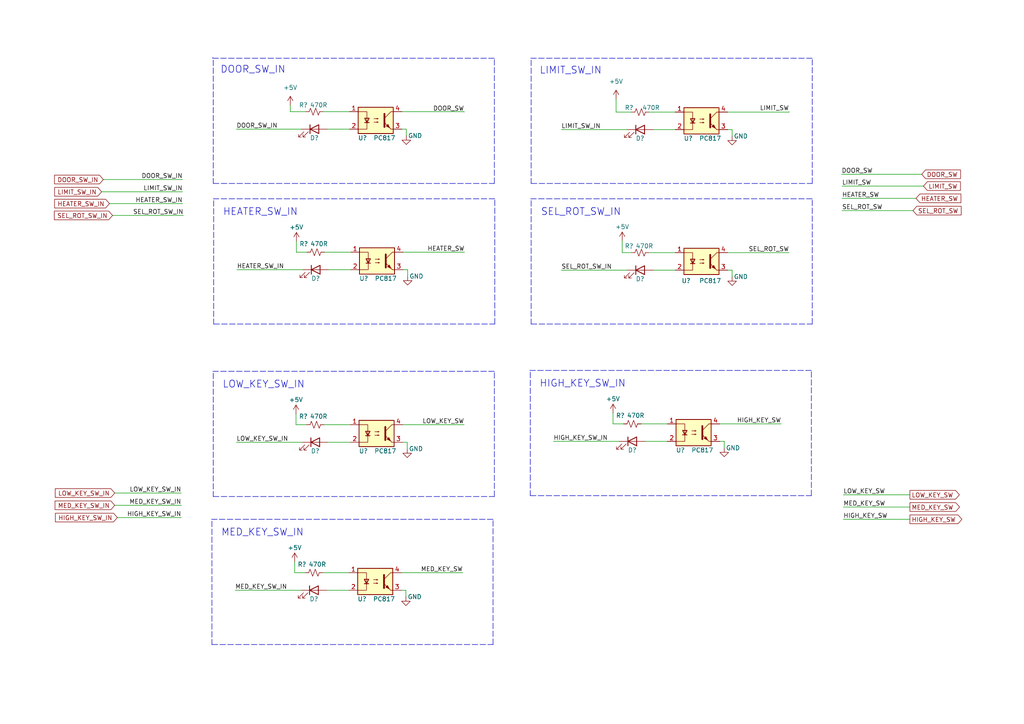
<source format=kicad_sch>
(kicad_sch (version 20211123) (generator eeschema)
  (paper "A4")
  (lib_symbols
    (symbol "Device:LED" (pin_numbers hide) (pin_names (offset 1.016) hide)
      (property "Reference" "D" (at 0 2.54 0))
      (property "Value" "LED" (at 0 -2.54 0))
      (symbol "LED_0_1"
        (polyline (pts (xy -1.27 -1.27) (xy -1.27 1.27)) (stroke (width 0.254)))
        (polyline (pts (xy -1.27 0) (xy 1.27 0)))
        (polyline (pts (xy 1.27 -1.27) (xy 1.27 1.27) (xy -1.27 0) (xy 1.27 -1.27)) (stroke (width 0.254)))
        (polyline (pts (xy -3.048 -0.762) (xy -4.572 -2.286) (xy -3.81 -2.286) (xy -4.572 -2.286) (xy -4.572 -1.524)))
        (polyline (pts (xy -1.778 -0.762) (xy -3.302 -2.286) (xy -2.54 -2.286) (xy -3.302 -2.286) (xy -3.302 -1.524)))
      )
      (symbol "LED_1_1"
        (pin passive line (at -3.81 0 0) (length 2.54) (name "K") (number "1"))
        (pin passive line (at 3.81 0 180) (length 2.54) (name "A") (number "2"))
      )
    )
    (symbol "Device:R_Small_US" (pin_numbers hide) (pin_names (offset 0.254) hide)
      (property "Reference" "R" (at 0.762 0.508 0))
      (property "Value" "R_Small_US" (at 0.762 -1.016 0))
      (symbol "R_Small_US_1_1"
        (polyline (pts (xy 0 0) (xy 1.016 -0.381) (xy 0 -0.762) (xy -1.016 -1.143) (xy 0 -1.524)))
        (polyline (pts (xy 0 1.524) (xy 1.016 1.143) (xy 0 0.762) (xy -1.016 0.381) (xy 0 0)))
        (pin passive line (at 0 2.54 270) (length 1.016) (name "~") (number "1"))
        (pin passive line (at 0 -2.54 90) (length 1.016) (name "~") (number "2"))
      )
    )
    (symbol "Isolator:PC817" (pin_names (offset 1.016))
      (property "Reference" "U" (at -5.08 5.08 0))
      (property "Value" "PC817" (at 0 5.08 0))
      (symbol "PC817_0_1"
        (rectangle (start -5.08 3.81) (end 5.08 -3.81) (stroke (width 0.254)) (fill (type background)))
        (polyline (pts (xy -3.175 -0.635) (xy -1.905 -0.635)) (stroke (width 0.254)))
        (polyline (pts (xy 2.54 0.635) (xy 4.445 2.54)))
        (polyline (pts (xy 4.445 -2.54) (xy 2.54 -0.635)) (fill (type outline)))
        (polyline (pts (xy 4.445 -2.54) (xy 5.08 -2.54)))
        (polyline (pts (xy 4.445 2.54) (xy 5.08 2.54)))
        (polyline (pts (xy -5.08 2.54) (xy -2.54 2.54) (xy -2.54 -0.635)))
        (polyline (pts (xy -2.54 -0.635) (xy -2.54 -2.54) (xy -5.08 -2.54)))
        (polyline (pts (xy 2.54 1.905) (xy 2.54 -1.905) (xy 2.54 -1.905)) (stroke (width 0.508)))
        (polyline (pts (xy -2.54 -0.635) (xy -3.175 0.635) (xy -1.905 0.635) (xy -2.54 -0.635)) (stroke (width 0.254)))
        (polyline (pts (xy -0.508 -0.508) (xy 0.762 -0.508) (xy 0.381 -0.635) (xy 0.381 -0.381) (xy 0.762 -0.508)))
        (polyline (pts (xy -0.508 0.508) (xy 0.762 0.508) (xy 0.381 0.381) (xy 0.381 0.635) (xy 0.762 0.508)))
        (polyline (pts (xy 3.048 -1.651) (xy 3.556 -1.143) (xy 4.064 -2.159) (xy 3.048 -1.651) (xy 3.048 -1.651)) (fill (type outline)))
      )
      (symbol "PC817_1_1"
        (pin passive line (at -7.62 2.54 0) (length 2.54) (name "~") (number "1"))
        (pin passive line (at -7.62 -2.54 0) (length 2.54) (name "~") (number "2"))
        (pin passive line (at 7.62 -2.54 180) (length 2.54) (name "~") (number "3"))
        (pin passive line (at 7.62 2.54 180) (length 2.54) (name "~") (number "4"))
      )
    )
    (symbol "power:+5V" (power) (pin_names (offset 0))
      (property "Value" "+5V" (at 0 3.556 0))
      (symbol "+5V_0_1"
        (polyline (pts (xy -0.762 1.27) (xy 0 2.54)))
        (polyline (pts (xy 0 0) (xy 0 2.54)))
        (polyline (pts (xy 0 2.54) (xy 0.762 1.27)))
      )
      (symbol "+5V_1_1"
        (pin power_in line (at 0 0 90) (length 0) hide (name "+5V") (number "1"))
      )
    )
    (symbol "power:GND" (power) (pin_names (offset 0))
      (property "Value" "GND" (at 0 -3.81 0))
      (symbol "GND_0_1"
        (polyline (pts (xy 0 0) (xy 0 -1.27) (xy 1.27 -1.27) (xy 0 -2.54) (xy -1.27 -1.27) (xy 0 -1.27)))
      )
      (symbol "GND_1_1"
        (pin power_in line (at 0 0 270) (length 0) hide (name "GND") (number "1"))
      )
    )
  )
  (wire (pts (xy 188.214 73.279) (xy 195.834 73.279)))
  (wire (pts (xy 68.707 78.232) (xy 87.757 78.232)))
  (polyline (pts (xy 61.468 186.944) (xy 143.002 186.944)))
  (wire (pts (xy 95.377 78.232) (xy 101.727 78.232)))
  (wire (pts (xy 118.11 128.27) (xy 116.84 128.27)))
  (polyline (pts (xy 153.797 143.764) (xy 235.331 143.764)))
  (wire (pts (xy 244.221 57.531) (xy 265.684 57.531)))
  (wire (pts (xy 116.84 123.19) (xy 134.62 123.19)))
  (wire (pts (xy 180.848 122.936) (xy 177.8 122.936)))
  (wire (pts (xy 116.586 32.385) (xy 134.62 32.385)))
  (wire (pts (xy 84.201 32.385) (xy 88.646 32.385)))
  (polyline (pts (xy 154.051 93.98) (xy 235.585 93.98)))
  (polyline (pts (xy 143.383 107.696) (xy 61.722 107.696)))
  (polyline (pts (xy 154.051 58.166) (xy 154.051 93.98)))
  (wire (pts (xy 210.058 128.016) (xy 208.788 128.016)))
  (polyline (pts (xy 153.797 107.95) (xy 153.797 143.764)))
  (wire (pts (xy 189.484 78.359) (xy 195.834 78.359)))
  (wire (pts (xy 85.471 166.116) (xy 85.471 162.941)))
  (polyline (pts (xy 143.51 57.658) (xy 61.849 57.658)))
  (wire (pts (xy 89.027 73.152) (xy 85.979 73.152)))
  (polyline (pts (xy 143.002 150.622) (xy 61.341 150.622)))
  (wire (pts (xy 134.62 32.385) (xy 134.62 32.512)))
  (wire (pts (xy 116.967 73.152) (xy 134.747 73.152)))
  (wire (pts (xy 94.869 171.196) (xy 101.219 171.196)))
  (wire (pts (xy 228.854 32.385) (xy 228.854 32.512)))
  (wire (pts (xy 32.639 62.484) (xy 53.213 62.484)))
  (polyline (pts (xy 143.383 53.213) (xy 143.383 16.891)))
  (wire (pts (xy 33.274 146.558) (xy 52.578 146.558)))
  (polyline (pts (xy 235.585 57.658) (xy 153.924 57.658)))
  (wire (pts (xy 211.074 73.279) (xy 228.854 73.279)))
  (polyline (pts (xy 61.976 58.166) (xy 61.976 93.98)))
  (wire (pts (xy 116.459 166.116) (xy 134.239 166.116)))
  (polyline (pts (xy 61.976 93.98) (xy 143.51 93.98)))
  (wire (pts (xy 68.58 128.27) (xy 87.63 128.27)))
  (polyline (pts (xy 235.331 107.442) (xy 153.67 107.442)))
  (wire (pts (xy 95.25 128.27) (xy 101.6 128.27)))
  (wire (pts (xy 160.528 128.016) (xy 179.578 128.016)))
  (wire (pts (xy 244.094 50.546) (xy 267.335 50.546)))
  (wire (pts (xy 68.199 171.196) (xy 87.249 171.196)))
  (wire (pts (xy 29.972 52.07) (xy 52.959 52.07)))
  (wire (pts (xy 180.467 69.85) (xy 180.467 73.279)))
  (wire (pts (xy 177.8 122.936) (xy 177.8 119.761)))
  (wire (pts (xy 162.814 78.359) (xy 181.864 78.359)))
  (polyline (pts (xy 61.722 16.637) (xy 61.722 16.891)))
  (wire (pts (xy 183.134 32.512) (xy 178.689 32.512)))
  (polyline (pts (xy 154.051 53.213) (xy 235.585 53.213)))
  (wire (pts (xy 93.726 32.385) (xy 101.346 32.385)))
  (wire (pts (xy 187.198 128.016) (xy 193.548 128.016)))
  (wire (pts (xy 68.58 37.465) (xy 87.376 37.465)))
  (wire (pts (xy 93.98 123.19) (xy 101.6 123.19)))
  (wire (pts (xy 212.344 37.592) (xy 212.344 39.497)))
  (wire (pts (xy 244.221 61.087) (xy 264.795 61.087)))
  (wire (pts (xy 118.237 78.232) (xy 116.967 78.232)))
  (wire (pts (xy 33.274 143.002) (xy 52.578 143.002)))
  (wire (pts (xy 180.467 73.279) (xy 183.134 73.279)))
  (polyline (pts (xy 235.585 93.98) (xy 235.585 57.658)))
  (wire (pts (xy 162.814 37.592) (xy 181.864 37.592)))
  (wire (pts (xy 117.729 173.101) (xy 117.729 171.196)))
  (polyline (pts (xy 154.051 17.399) (xy 154.051 53.213)))
  (wire (pts (xy 34.036 150.114) (xy 52.578 150.114)))
  (wire (pts (xy 189.484 37.592) (xy 195.834 37.592)))
  (wire (pts (xy 178.689 32.512) (xy 178.689 28.702)))
  (polyline (pts (xy 61.849 144.018) (xy 143.383 144.018)))
  (wire (pts (xy 117.729 171.196) (xy 116.459 171.196)))
  (polyline (pts (xy 61.849 17.399) (xy 61.849 53.213)))
  (polyline (pts (xy 235.585 53.213) (xy 235.585 16.891)))
  (wire (pts (xy 188.214 32.512) (xy 195.834 32.512)))
  (wire (pts (xy 263.906 143.51) (xy 244.602 143.51)))
  (polyline (pts (xy 143.383 144.018) (xy 143.383 107.696)))
  (polyline (pts (xy 235.331 143.764) (xy 235.331 107.442)))
  (wire (pts (xy 85.979 73.152) (xy 85.979 69.977)))
  (wire (pts (xy 211.074 32.512) (xy 228.854 32.512)))
  (wire (pts (xy 29.464 55.626) (xy 52.959 55.626)))
  (wire (pts (xy 212.344 78.359) (xy 211.074 78.359)))
  (wire (pts (xy 117.856 37.465) (xy 116.586 37.465)))
  (wire (pts (xy 88.519 166.116) (xy 85.471 166.116)))
  (polyline (pts (xy 235.585 16.891) (xy 153.924 16.891)))
  (polyline (pts (xy 143.002 186.944) (xy 143.002 150.622)))
  (wire (pts (xy 94.996 37.465) (xy 101.346 37.465)))
  (wire (pts (xy 84.201 30.48) (xy 84.201 32.385)))
  (wire (pts (xy 212.344 80.264) (xy 212.344 78.359)))
  (polyline (pts (xy 61.849 53.213) (xy 143.383 53.213)))
  (wire (pts (xy 85.852 123.19) (xy 85.852 120.015)))
  (wire (pts (xy 117.856 39.37) (xy 117.856 37.465)))
  (wire (pts (xy 31.75 59.055) (xy 52.959 59.055)))
  (wire (pts (xy 208.788 122.936) (xy 226.568 122.936)))
  (wire (pts (xy 244.221 53.975) (xy 267.843 53.975)))
  (wire (pts (xy 118.11 130.175) (xy 118.11 128.27)))
  (polyline (pts (xy 143.383 16.891) (xy 61.722 16.891)))
  (polyline (pts (xy 61.849 108.204) (xy 61.849 144.018)))
  (wire (pts (xy 185.928 122.936) (xy 193.548 122.936)))
  (wire (pts (xy 118.237 80.137) (xy 118.237 78.232)))
  (wire (pts (xy 94.107 73.152) (xy 101.727 73.152)))
  (polyline (pts (xy 143.51 93.98) (xy 143.51 57.658)))
  (wire (pts (xy 210.058 129.921) (xy 210.058 128.016)))
  (wire (pts (xy 88.9 123.19) (xy 85.852 123.19)))
  (wire (pts (xy 93.599 166.116) (xy 101.219 166.116)))
  (wire (pts (xy 263.906 147.066) (xy 244.602 147.066)))
  (wire (pts (xy 263.906 150.622) (xy 244.602 150.622)))
  (polyline (pts (xy 61.468 151.13) (xy 61.468 186.944)))
  (wire (pts (xy 211.074 37.592) (xy 212.344 37.592)))
  (text "HIGH_KEY_SW_IN" (at 156.464 112.522 0) (effects (font (size 2.032 2.032)) (justify left bottom)))
  (text "DOOR_SW_IN" (at 63.881 21.463 0) (effects (font (size 2.032 2.032)) (justify left bottom)))
  (text "MED_KEY_SW_IN" (at 64.135 155.702 0) (effects (font (size 2.032 2.032)) (justify left bottom)))
  (text "HEATER_SW_IN" (at 64.643 62.738 0) (effects (font (size 2.032 2.032)) (justify left bottom)))
  (text "LIMIT_SW_IN" (at 156.464 21.717 0) (effects (font (size 2.032 2.032)) (justify left bottom)))
  (text "LOW_KEY_SW_IN" (at 64.516 112.776 0) (effects (font (size 2.032 2.032)) (justify left bottom)))
  (text "SEL_ROT_SW_IN" (at 156.845 62.738 0) (effects (font (size 2.032 2.032)) (justify left bottom)))
  (label "HEATER_SW" (at 244.221 57.531 0))
  (label "MED_KEY_SW" (at 244.602 147.066 0))
  (label "LOW_KEY_SW_IN" (at 52.578 143.002 180))
  (label "HEATER_SW" (at 134.747 73.152 180))
  (label "LIMIT_SW" (at 244.221 53.975 0))
  (label "LOW_KEY_SW_IN" (at 68.58 128.27 0))
  (label "HEATER_SW_IN" (at 52.959 59.055 180))
  (label "HIGH_KEY_SW" (at 244.602 150.622 0))
  (label "HEATER_SW_IN" (at 68.707 78.232 0))
  (label "DOOR_SW" (at 244.094 50.546 0))
  (label "LOW_KEY_SW" (at 244.602 143.51 0))
  (label "HIGH_KEY_SW" (at 226.568 122.936 180))
  (label "LIMIT_SW_IN" (at 162.814 37.592 0))
  (label "DOOR_SW" (at 134.62 32.512 180))
  (label "SEL_ROT_SW" (at 244.221 61.087 0))
  (label "SEL_ROT_SW" (at 228.854 73.279 180))
  (label "MED_KEY_SW_IN" (at 68.199 171.196 0))
  (label "LIMIT_SW_IN" (at 52.959 55.626 180))
  (label "DOOR_SW_IN" (at 52.959 52.07 180))
  (label "LIMIT_SW" (at 228.854 32.385 180))
  (label "SEL_ROT_SW_IN" (at 53.213 62.484 180))
  (label "LOW_KEY_SW" (at 134.62 123.19 180))
  (label "DOOR_SW_IN" (at 68.58 37.465 0))
  (label "HIGH_KEY_SW_IN" (at 160.528 128.016 0))
  (label "MED_KEY_SW_IN" (at 52.578 146.558 180))
  (label "SEL_ROT_SW_IN" (at 162.814 78.359 0))
  (label "HIGH_KEY_SW_IN" (at 52.578 150.114 180))
  (label "MED_KEY_SW" (at 134.239 166.116 180))
  (global_label "LIMIT_SW_IN" (shape input) (at 29.464 55.626 180) (property "Intersheet References" "${INTERSHEET_REFS}" (effects hide)))
  (global_label "SEL_ROT_SW" (shape input) (at 264.795 61.087 0) (property "Intersheet References" "${INTERSHEET_REFS}" (effects hide)))
  (global_label "LOW_KEY_SW" (shape output) (at 263.906 143.51 0) (property "Intersheet References" "${INTERSHEET_REFS}" (effects hide)))
  (global_label "DOOR_SW" (shape input) (at 267.335 50.546 0) (property "Intersheet References" "${INTERSHEET_REFS}" (effects hide)))
  (global_label "MED_KEY_SW" (shape output) (at 263.906 147.066 0) (property "Intersheet References" "${INTERSHEET_REFS}" (effects hide)))
  (global_label "HEATER_SW" (shape input) (at 265.684 57.531 0) (property "Intersheet References" "${INTERSHEET_REFS}" (effects hide)))
  (global_label "HEATER_SW_IN" (shape input) (at 31.75 59.055 180) (property "Intersheet References" "${INTERSHEET_REFS}" (effects hide)))
  (global_label "MED_KEY_SW_IN" (shape input) (at 33.274 146.558 180) (property "Intersheet References" "${INTERSHEET_REFS}" (effects hide)))
  (global_label "DOOR_SW_IN" (shape input) (at 29.972 52.07 180) (property "Intersheet References" "${INTERSHEET_REFS}" (effects hide)))
  (global_label "HIGH_KEY_SW_IN" (shape input) (at 34.036 150.114 180) (property "Intersheet References" "${INTERSHEET_REFS}" (effects hide)))
  (global_label "LIMIT_SW" (shape input) (at 267.843 53.975 0) (property "Intersheet References" "${INTERSHEET_REFS}" (effects hide)))
  (global_label "HIGH_KEY_SW" (shape output) (at 263.906 150.622 0) (property "Intersheet References" "${INTERSHEET_REFS}" (effects hide)))
  (global_label "SEL_ROT_SW_IN" (shape input) (at 32.639 62.484 180) (property "Intersheet References" "${INTERSHEET_REFS}" (effects hide)))
  (global_label "LOW_KEY_SW_IN" (shape input) (at 33.274 143.002 180) (property "Intersheet References" "${INTERSHEET_REFS}" (effects hide)))
  (symbol (lib_id "power:GND") (at 117.856 39.37 0) (unit 1)
    (property "Reference" "#PWR?" (effects hide))
    (property "Value" "GND" (at 120.396 39.37 0))
  )
  (symbol (lib_id "power:+5V") (at 85.979 69.977 0) (unit 1)
    (property "Reference" "#PWR?" (effects hide))
    (property "Value" "+5V" (at 85.979 65.913 0))
  )
  (symbol (lib_id "Isolator:PC817") (at 203.454 35.052 0) (unit 1)
    (property "Reference" "U?" (at 199.644 40.132 0))
    (property "Value" "PC817" (at 205.994 40.132 0))
    (property "Footprint" "Package_DIP:DIP-4_W7.62mm" (effects hide))
    (property "Datasheet" "http://www.soselectronic.cz/a_info/resource/d/pc817.pdf" (effects hide))
  )
  (symbol (lib_id "power:GND") (at 210.058 129.921 0) (unit 1)
    (property "Reference" "#PWR?" (effects hide))
    (property "Value" "GND" (at 212.598 129.921 0))
  )
  (symbol (lib_id "Device:R_Small_US") (at 91.059 166.116 90) (unit 1)
    (property "Reference" "R?" (at 88.9 163.703 90) (effects (justify left)))
    (property "Value" "470R" (at 94.615 163.703 90) (effects (justify left)))
    (property "Footprint" "Resistor_THT:R_Axial_DIN0207_L6.3mm_D2.5mm_P10.16mm_Horizontal" (effects hide))
  )
  (symbol (lib_id "Device:R_Small_US") (at 91.186 32.385 90) (unit 1)
    (property "Reference" "R?" (at 89.281 30.48 90) (effects (justify left)))
    (property "Value" "470R" (at 94.996 30.48 90) (effects (justify left)))
    (property "Footprint" "Resistor_THT:R_Axial_DIN0207_L6.3mm_D2.5mm_P10.16mm_Horizontal" (effects hide))
  )
  (symbol (lib_id "power:+5V") (at 85.471 162.941 0) (unit 1)
    (property "Reference" "#PWR?" (effects hide))
    (property "Value" "+5V" (at 85.471 158.877 0))
  )
  (symbol (lib_id "power:+5V") (at 84.201 30.48 0) (unit 1)
    (property "Reference" "#PWR?" (effects hide))
    (property "Value" "+5V" (at 84.201 25.4 0))
  )
  (symbol (lib_id "Device:R_Small_US") (at 91.567 73.152 90) (unit 1)
    (property "Reference" "R?" (at 89.408 70.739 90) (effects (justify left)))
    (property "Value" "470R" (at 95.123 70.739 90) (effects (justify left)))
    (property "Footprint" "Resistor_THT:R_Axial_DIN0207_L6.3mm_D2.5mm_P10.16mm_Horizontal" (effects hide))
  )
  (symbol (lib_id "power:GND") (at 117.729 173.101 0) (unit 1)
    (property "Reference" "#PWR?" (effects hide))
    (property "Value" "GND" (at 120.269 173.101 0))
  )
  (symbol (lib_id "Isolator:PC817") (at 108.839 168.656 0) (unit 1)
    (property "Reference" "U?" (at 105.029 173.736 0))
    (property "Value" "PC817" (at 111.379 173.736 0))
    (property "Footprint" "Package_DIP:DIP-4_W7.62mm" (effects hide))
    (property "Datasheet" "http://www.soselectronic.cz/a_info/resource/d/pc817.pdf" (effects hide))
  )
  (symbol (lib_id "power:+5V") (at 85.852 120.015 0) (unit 1)
    (property "Reference" "#PWR?" (effects hide))
    (property "Value" "+5V" (at 85.852 115.951 0))
  )
  (symbol (lib_id "power:+5V") (at 178.689 28.702 0) (unit 1)
    (property "Reference" "#PWR?" (effects hide))
    (property "Value" "+5V" (at 178.689 23.622 0))
  )
  (symbol (lib_id "power:GND") (at 212.344 39.497 0) (unit 1)
    (property "Reference" "#PWR?" (effects hide))
    (property "Value" "GND" (at 214.884 39.497 0))
  )
  (symbol (lib_id "Isolator:PC817") (at 109.22 125.73 0) (unit 1)
    (property "Reference" "U?" (at 105.41 130.81 0))
    (property "Value" "PC817" (at 111.76 130.81 0))
    (property "Footprint" "Package_DIP:DIP-4_W7.62mm" (effects hide))
    (property "Datasheet" "http://www.soselectronic.cz/a_info/resource/d/pc817.pdf" (effects hide))
  )
  (symbol (lib_id "power:+5V") (at 180.467 69.85 0) (unit 1)
    (property "Reference" "#PWR?" (effects hide))
    (property "Value" "+5V" (at 180.467 65.786 0))
  )
  (symbol (lib_id "Device:R_Small_US") (at 185.674 32.512 90) (unit 1)
    (property "Reference" "R?" (at 183.769 31.242 90) (effects (justify left)))
    (property "Value" "470R" (at 191.389 31.242 90) (effects (justify left)))
    (property "Footprint" "Resistor_THT:R_Axial_DIN0207_L6.3mm_D2.5mm_P10.16mm_Horizontal" (effects hide))
  )
  (symbol (lib_id "Device:LED") (at 183.388 128.016 0) (unit 1)
    (property "Reference" "D?" (at 183.388 130.556 0))
    (property "Value" "LED" (effects hide))
    (property "Footprint" "LED_THT:LED_D3.0mm" (effects hide))
  )
  (symbol (lib_id "Isolator:PC817") (at 108.966 34.925 0) (unit 1)
    (property "Reference" "U?" (at 105.156 40.005 0))
    (property "Value" "PC817" (at 111.506 40.005 0))
    (property "Footprint" "Package_DIP:DIP-4_W7.62mm" (effects hide))
    (property "Datasheet" "http://www.soselectronic.cz/a_info/resource/d/pc817.pdf" (effects hide))
  )
  (symbol (lib_id "power:GND") (at 118.237 80.137 0) (unit 1)
    (property "Reference" "#PWR?" (effects hide))
    (property "Value" "GND" (at 120.777 80.137 0))
  )
  (symbol (lib_id "Device:R_Small_US") (at 183.388 122.936 90) (unit 1)
    (property "Reference" "R?" (at 181.229 120.523 90) (effects (justify left)))
    (property "Value" "470R" (at 186.944 120.523 90) (effects (justify left)))
    (property "Footprint" "Resistor_THT:R_Axial_DIN0207_L6.3mm_D2.5mm_P10.16mm_Horizontal" (effects hide))
  )
  (symbol (lib_id "Device:R_Small_US") (at 185.674 73.279 90) (unit 1)
    (property "Reference" "R?" (at 183.769 71.374 90) (effects (justify left)))
    (property "Value" "470R" (at 189.484 71.374 90) (effects (justify left)))
    (property "Footprint" "Resistor_THT:R_Axial_DIN0207_L6.3mm_D2.5mm_P10.16mm_Horizontal" (effects hide))
  )
  (symbol (lib_id "Device:LED") (at 185.674 37.592 0) (unit 1)
    (property "Reference" "D?" (at 185.674 40.132 0))
    (property "Value" "LED" (effects hide))
    (property "Footprint" "LED_THT:LED_D3.0mm" (effects hide))
  )
  (symbol (lib_id "power:+5V") (at 177.8 119.761 0) (unit 1)
    (property "Reference" "#PWR?" (effects hide))
    (property "Value" "+5V" (at 177.8 115.697 0))
  )
  (symbol (lib_id "Device:LED") (at 91.44 128.27 0) (unit 1)
    (property "Reference" "D?" (at 91.44 130.81 0))
    (property "Value" "LED" (effects hide))
    (property "Footprint" "LED_THT:LED_D3.0mm" (effects hide))
  )
  (symbol (lib_id "power:GND") (at 212.344 80.264 0) (unit 1)
    (property "Reference" "#PWR?" (effects hide))
    (property "Value" "GND" (at 214.884 80.264 0))
  )
  (symbol (lib_id "Device:LED") (at 91.186 37.465 0) (unit 1)
    (property "Reference" "D?" (at 91.186 40.005 0))
    (property "Value" "LED" (effects hide))
    (property "Footprint" "LED_THT:LED_D3.0mm" (effects hide))
  )
  (symbol (lib_id "Isolator:PC817") (at 109.347 75.692 0) (unit 1)
    (property "Reference" "U?" (at 105.537 80.772 0))
    (property "Value" "PC817" (at 111.887 80.772 0))
    (property "Footprint" "Package_DIP:DIP-4_W7.62mm" (effects hide))
    (property "Datasheet" "http://www.soselectronic.cz/a_info/resource/d/pc817.pdf" (effects hide))
  )
  (symbol (lib_id "Device:LED") (at 91.567 78.232 0) (unit 1)
    (property "Reference" "D?" (at 91.567 80.772 0))
    (property "Value" "LED" (effects hide))
    (property "Footprint" "LED_THT:LED_D3.0mm" (effects hide))
  )
  (symbol (lib_id "Device:R_Small_US") (at 91.44 123.19 90) (unit 1)
    (property "Reference" "R?" (at 89.281 120.777 90) (effects (justify left)))
    (property "Value" "470R" (at 94.996 120.777 90) (effects (justify left)))
    (property "Footprint" "Resistor_THT:R_Axial_DIN0207_L6.3mm_D2.5mm_P10.16mm_Horizontal" (effects hide))
  )
  (symbol (lib_id "Device:LED") (at 91.059 171.196 0) (unit 1)
    (property "Reference" "D?" (at 91.059 173.736 0))
    (property "Value" "LED" (effects hide))
    (property "Footprint" "LED_THT:LED_D3.0mm" (effects hide))
  )
  (symbol (lib_id "Isolator:PC817") (at 201.168 125.476 0) (unit 1)
    (property "Reference" "U?" (at 197.358 130.556 0))
    (property "Value" "PC817" (at 203.708 130.556 0))
    (property "Footprint" "Package_DIP:DIP-4_W7.62mm" (effects hide))
    (property "Datasheet" "http://www.soselectronic.cz/a_info/resource/d/pc817.pdf" (effects hide))
  )
  (symbol (lib_id "power:GND") (at 118.11 130.175 0) (unit 1)
    (property "Reference" "#PWR?" (effects hide))
    (property "Value" "GND" (at 120.65 130.175 0))
  )
  (symbol (lib_id "Isolator:PC817") (at 203.454 75.819 0) (unit 1)
    (property "Reference" "U?" (at 199.009 82.169 0) (effects (justify bottom)))
    (property "Value" "PC817" (at 205.994 82.169 0) (effects (justify bottom)))
    (property "Footprint" "Package_DIP:DIP-4_W7.62mm" (effects hide))
    (property "Datasheet" "http://www.soselectronic.cz/a_info/resource/d/pc817.pdf" (effects hide))
  )
  (symbol (lib_id "Device:LED") (at 185.674 78.359 0) (unit 1)
    (property "Reference" "D?" (at 185.674 80.899 0))
    (property "Value" "LED" (effects hide))
    (property "Footprint" "LED_THT:LED_D3.0mm" (effects hide))
  )
)
</source>
